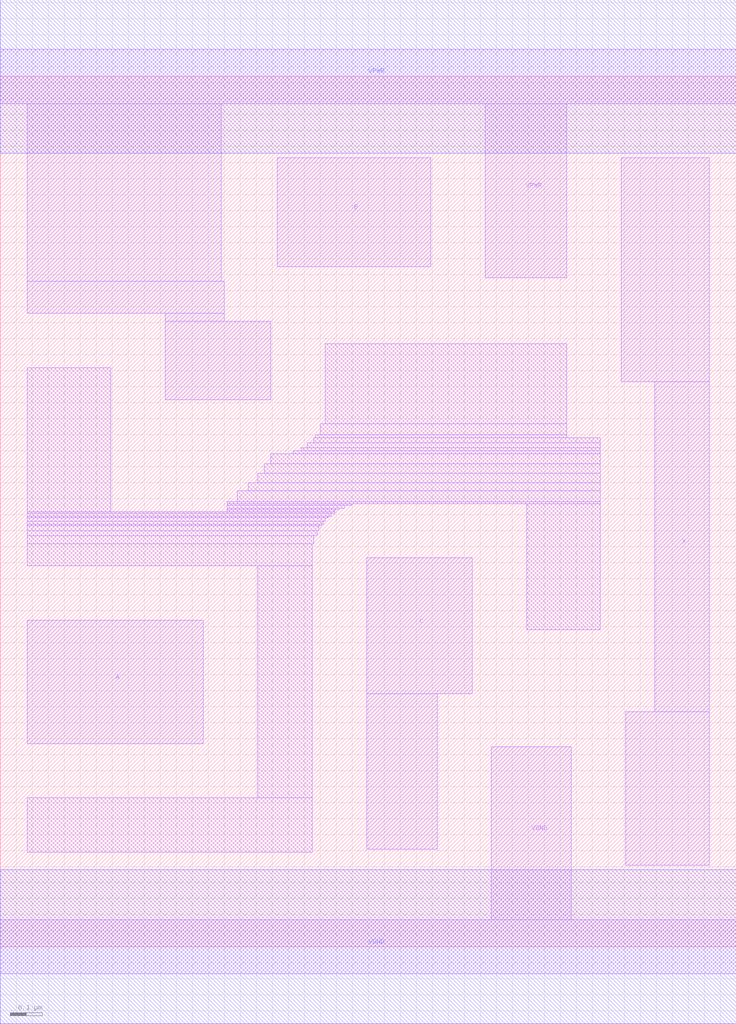
<source format=lef>
# Copyright 2020 The SkyWater PDK Authors
#
# Licensed under the Apache License, Version 2.0 (the "License");
# you may not use this file except in compliance with the License.
# You may obtain a copy of the License at
#
#     https://www.apache.org/licenses/LICENSE-2.0
#
# Unless required by applicable law or agreed to in writing, software
# distributed under the License is distributed on an "AS IS" BASIS,
# WITHOUT WARRANTIES OR CONDITIONS OF ANY KIND, either express or implied.
# See the License for the specific language governing permissions and
# limitations under the License.
#
# SPDX-License-Identifier: Apache-2.0

VERSION 5.5 ;
NAMESCASESENSITIVE ON ;
BUSBITCHARS "[]" ;
DIVIDERCHAR "/" ;
MACRO sky130_fd_sc_hd__and3_1
  CLASS CORE ;
  SOURCE USER ;
  ORIGIN  0.000000  0.000000 ;
  SIZE  2.300000 BY  2.720000 ;
  SYMMETRY X Y R90 ;
  SITE unithd ;
  PIN A
    ANTENNAGATEAREA  0.126000 ;
    DIRECTION INPUT ;
    USE SIGNAL ;
    PORT
      LAYER li1 ;
        RECT 0.085000 0.635000 0.635000 1.020000 ;
    END
  END A
  PIN B
    ANTENNAGATEAREA  0.126000 ;
    DIRECTION INPUT ;
    USE SIGNAL ;
    PORT
      LAYER li1 ;
        RECT 0.865000 2.125000 1.345000 2.465000 ;
    END
  END B
  PIN C
    ANTENNAGATEAREA  0.126000 ;
    DIRECTION INPUT ;
    USE SIGNAL ;
    PORT
      LAYER li1 ;
        RECT 1.145000 0.305000 1.365000 0.790000 ;
        RECT 1.145000 0.790000 1.475000 1.215000 ;
    END
  END C
  PIN X
    ANTENNADIFFAREA  0.429000 ;
    DIRECTION OUTPUT ;
    USE SIGNAL ;
    PORT
      LAYER li1 ;
        RECT 1.940000 1.765000 2.215000 2.465000 ;
        RECT 1.955000 0.255000 2.215000 0.735000 ;
        RECT 2.045000 0.735000 2.215000 1.765000 ;
    END
  END X
  PIN VGND
    DIRECTION INOUT ;
    SHAPE ABUTMENT ;
    USE GROUND ;
    PORT
      LAYER li1 ;
        RECT 0.000000 -0.085000 2.300000 0.085000 ;
        RECT 1.535000  0.085000 1.785000 0.625000 ;
    END
    PORT
      LAYER met1 ;
        RECT 0.000000 -0.240000 2.300000 0.240000 ;
    END
  END VGND
  PIN VPWR
    DIRECTION INOUT ;
    SHAPE ABUTMENT ;
    USE POWER ;
    PORT
      LAYER li1 ;
        RECT 0.000000 2.635000 2.300000 2.805000 ;
        RECT 0.085000 1.980000 0.700000 2.080000 ;
        RECT 0.085000 2.080000 0.690000 2.635000 ;
        RECT 0.515000 1.710000 0.845000 1.955000 ;
        RECT 0.515000 1.955000 0.700000 1.980000 ;
        RECT 1.515000 2.090000 1.770000 2.635000 ;
    END
    PORT
      LAYER met1 ;
        RECT 0.000000 2.480000 2.300000 2.960000 ;
    END
  END VPWR
  OBS
    LAYER li1 ;
      RECT 0.085000 0.295000 0.975000 0.465000 ;
      RECT 0.085000 1.190000 0.975000 1.260000 ;
      RECT 0.085000 1.260000 0.980000 1.285000 ;
      RECT 0.085000 1.285000 0.990000 1.300000 ;
      RECT 0.085000 1.300000 0.995000 1.315000 ;
      RECT 0.085000 1.315000 1.005000 1.320000 ;
      RECT 0.085000 1.320000 1.010000 1.330000 ;
      RECT 0.085000 1.330000 1.015000 1.340000 ;
      RECT 0.085000 1.340000 1.025000 1.345000 ;
      RECT 0.085000 1.345000 1.035000 1.355000 ;
      RECT 0.085000 1.355000 1.045000 1.360000 ;
      RECT 0.085000 1.360000 0.345000 1.810000 ;
      RECT 0.710000 1.360000 1.045000 1.365000 ;
      RECT 0.710000 1.365000 1.060000 1.370000 ;
      RECT 0.710000 1.370000 1.075000 1.380000 ;
      RECT 0.710000 1.380000 1.100000 1.385000 ;
      RECT 0.710000 1.385000 1.875000 1.390000 ;
      RECT 0.740000 1.390000 1.875000 1.425000 ;
      RECT 0.775000 1.425000 1.875000 1.450000 ;
      RECT 0.805000 0.465000 0.975000 1.190000 ;
      RECT 0.805000 1.450000 1.875000 1.480000 ;
      RECT 0.825000 1.480000 1.875000 1.510000 ;
      RECT 0.845000 1.510000 1.875000 1.540000 ;
      RECT 0.915000 1.540000 1.875000 1.550000 ;
      RECT 0.940000 1.550000 1.875000 1.560000 ;
      RECT 0.960000 1.560000 1.875000 1.575000 ;
      RECT 0.980000 1.575000 1.875000 1.590000 ;
      RECT 0.985000 1.590000 1.770000 1.600000 ;
      RECT 1.000000 1.600000 1.770000 1.635000 ;
      RECT 1.015000 1.635000 1.770000 1.885000 ;
      RECT 1.645000 0.990000 1.875000 1.385000 ;
  END
END sky130_fd_sc_hd__and3_1
END LIBRARY

</source>
